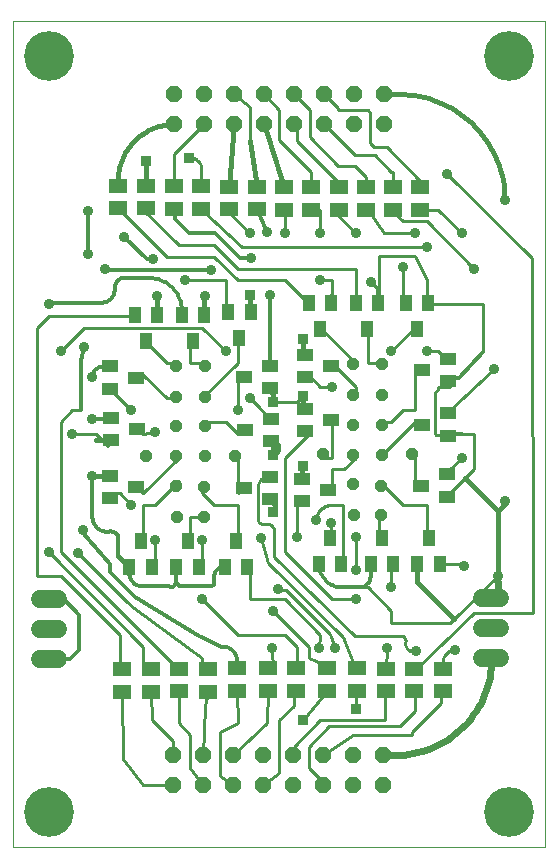
<source format=gbl>
G75*
G70*
%OFA0B0*%
%FSLAX24Y24*%
%IPPOS*%
%LPD*%
%AMOC8*
5,1,8,0,0,1.08239X$1,22.5*
%
%ADD10C,0.0000*%
%ADD11OC8,0.0397*%
%ADD12C,0.0600*%
%ADD13R,0.0394X0.0551*%
%ADD14R,0.0551X0.0394*%
%ADD15R,0.0630X0.0512*%
%ADD16OC8,0.0560*%
%ADD17C,0.0100*%
%ADD18C,0.0360*%
%ADD19C,0.0120*%
%ADD20C,0.0356*%
%ADD21R,0.0356X0.0356*%
%ADD22C,0.0160*%
%ADD23C,0.0240*%
%ADD24C,0.0079*%
%ADD25C,0.1660*%
D10*
X000100Y000100D02*
X000100Y027659D01*
X017817Y027659D01*
X017817Y000100D01*
X000100Y000100D01*
D11*
X005562Y011117D03*
X005512Y012154D03*
X005512Y013142D03*
X005512Y014129D03*
X005512Y015117D03*
X005512Y016154D03*
X006499Y016154D03*
X006499Y015117D03*
X006499Y014129D03*
X006499Y013142D03*
X006449Y012104D03*
X006449Y011117D03*
X007487Y013145D03*
X010430Y013196D03*
X011417Y013193D03*
X011417Y014180D03*
X011417Y015168D03*
X011417Y016205D03*
X012405Y016205D03*
X012405Y015168D03*
X012405Y014180D03*
X012405Y013193D03*
X012355Y012156D03*
X012355Y011168D03*
X011467Y011168D03*
X011417Y012206D03*
X013392Y013196D03*
X004524Y013145D03*
D12*
X001597Y008376D02*
X000997Y008376D01*
X000997Y007376D02*
X001597Y007376D01*
X001597Y006376D02*
X000997Y006376D01*
X015733Y006399D02*
X016333Y006399D01*
X016333Y007399D02*
X015733Y007399D01*
X015733Y008399D02*
X016333Y008399D01*
D13*
X014320Y009537D03*
X013946Y010403D03*
X013572Y009537D03*
X012757Y009537D03*
X012383Y010403D03*
X012009Y009537D03*
X011037Y009537D03*
X010663Y010403D03*
X010289Y009537D03*
X007891Y009454D03*
X007517Y010320D03*
X007143Y009454D03*
X006281Y009443D03*
X005907Y010309D03*
X005533Y009443D03*
X004718Y009443D03*
X004344Y010309D03*
X003970Y009443D03*
X004525Y016994D03*
X004151Y017860D03*
X004899Y017860D03*
X005722Y017860D03*
X006096Y016994D03*
X006470Y017860D03*
X007261Y017939D03*
X007635Y017072D03*
X008009Y017939D03*
X009943Y018230D03*
X010317Y017364D03*
X010691Y018230D03*
X011525Y018230D03*
X011899Y017364D03*
X012273Y018230D03*
X013187Y018230D03*
X013561Y017364D03*
X013935Y018230D03*
D14*
X014588Y016376D03*
X014588Y015628D03*
X013722Y016002D03*
X014580Y014565D03*
X014580Y013817D03*
X013714Y014191D03*
X014572Y012529D03*
X014572Y011781D03*
X013706Y012155D03*
X010706Y014336D03*
X009840Y013962D03*
X009840Y014710D03*
X009832Y015773D03*
X009832Y016521D03*
X010698Y016147D03*
X008659Y016147D03*
X008659Y015399D03*
X008687Y014391D03*
X008687Y013643D03*
X007820Y014017D03*
X007793Y015773D03*
X008663Y012450D03*
X008663Y011702D03*
X007797Y012076D03*
X009734Y012380D03*
X009734Y011631D03*
X010600Y012006D03*
X004206Y012104D03*
X003340Y012478D03*
X003340Y011730D03*
X003348Y013667D03*
X003348Y014415D03*
X003340Y015380D03*
X003340Y016128D03*
X004206Y015754D03*
X004214Y014041D03*
D15*
X007277Y021372D03*
X007277Y022120D03*
X006372Y022128D03*
X006372Y021380D03*
X005466Y021387D03*
X005466Y022135D03*
X004521Y022143D03*
X004521Y021395D03*
X003576Y021403D03*
X003576Y022151D03*
X008222Y022112D03*
X008222Y021364D03*
X009128Y021356D03*
X009128Y022104D03*
X010033Y022096D03*
X010033Y021348D03*
X010943Y021356D03*
X010943Y022104D03*
X011844Y022104D03*
X011844Y021356D03*
X012757Y021356D03*
X012757Y022104D03*
X013671Y022104D03*
X013671Y021356D03*
X013466Y006049D03*
X013466Y005301D03*
X012529Y005297D03*
X012529Y006045D03*
X011545Y006061D03*
X011545Y005313D03*
X010545Y005313D03*
X010545Y006061D03*
X009525Y006061D03*
X009525Y005313D03*
X008584Y005313D03*
X008584Y006061D03*
X007565Y006061D03*
X007565Y005313D03*
X006604Y005289D03*
X006604Y006037D03*
X005631Y006049D03*
X005631Y005301D03*
X004691Y005293D03*
X004691Y006041D03*
X003710Y006041D03*
X003710Y005293D03*
X014407Y005301D03*
X014407Y006049D03*
D16*
X012419Y003179D03*
X012419Y002179D03*
X011419Y002179D03*
X011419Y003179D03*
X010419Y003179D03*
X010419Y002179D03*
X009419Y002179D03*
X009419Y003179D03*
X008419Y003179D03*
X008419Y002179D03*
X007419Y002179D03*
X007419Y003179D03*
X006419Y003179D03*
X006419Y002179D03*
X005419Y002179D03*
X005419Y003179D03*
X005458Y024206D03*
X005458Y025206D03*
X006458Y025206D03*
X006458Y024206D03*
X007458Y024206D03*
X007458Y025206D03*
X008458Y025206D03*
X008458Y024206D03*
X009458Y024206D03*
X009458Y025206D03*
X010458Y025206D03*
X010458Y024206D03*
X011458Y024206D03*
X011458Y025206D03*
X012458Y025206D03*
X012458Y024206D03*
D17*
X011990Y024588D02*
X011990Y023565D01*
X012108Y023446D01*
X012541Y023446D01*
X013671Y022317D01*
X013671Y022104D01*
X013671Y021356D02*
X013880Y021360D01*
X014273Y021360D01*
X015061Y020572D01*
X013880Y020966D02*
X015454Y019391D01*
X015769Y018210D02*
X013880Y018210D01*
X013935Y018230D01*
X013880Y018210D02*
X013880Y018998D01*
X013486Y019824D01*
X012305Y019824D01*
X012305Y018210D01*
X012273Y018230D01*
X011911Y017423D02*
X011899Y017364D01*
X011911Y017423D02*
X011911Y016242D01*
X012305Y016242D01*
X012405Y016205D01*
X012698Y016635D02*
X013486Y017423D01*
X013561Y017364D01*
X013880Y016635D02*
X014273Y016635D01*
X014667Y016242D01*
X014588Y016376D01*
X014588Y015628D02*
X014446Y015628D01*
X014155Y015257D01*
X014155Y013880D01*
X014194Y013840D01*
X014557Y013840D01*
X014580Y013817D01*
X014667Y013880D01*
X015454Y013880D01*
X015454Y012698D01*
X015159Y012403D01*
X014667Y011911D01*
X014572Y011781D01*
X013880Y011517D02*
X013092Y011517D01*
X012305Y012305D01*
X012355Y012156D01*
X012355Y011168D02*
X012305Y011124D01*
X012305Y010336D01*
X012383Y010403D01*
X012698Y009549D02*
X012757Y009537D01*
X012698Y009549D02*
X012698Y008761D01*
X012698Y007974D02*
X011911Y008761D01*
X011517Y008761D01*
X011517Y008368D02*
X010730Y008368D01*
X009155Y009943D01*
X009155Y013092D01*
X009943Y013880D01*
X009840Y013962D01*
X010430Y013196D02*
X010336Y013092D01*
X010730Y013092D01*
X010730Y014273D01*
X010706Y014336D01*
X011517Y015061D02*
X011517Y015454D01*
X010730Y016242D01*
X010698Y016147D01*
X010730Y015454D02*
X010336Y015454D01*
X009943Y015848D01*
X009832Y015773D01*
X009746Y015159D02*
X009549Y014943D01*
X008761Y014943D01*
X008687Y014391D02*
X008761Y014273D01*
X007974Y015061D01*
X007580Y014667D02*
X007580Y015848D01*
X007793Y015773D01*
X007580Y016242D02*
X006399Y015061D01*
X006499Y015117D01*
X006399Y014273D02*
X006499Y014129D01*
X006399Y014273D02*
X007187Y014273D01*
X007580Y013880D01*
X007820Y014017D01*
X007487Y013145D02*
X007580Y013092D01*
X007580Y011911D01*
X007797Y012076D01*
X008250Y012108D02*
X008250Y011045D01*
X008252Y011023D01*
X008256Y011001D01*
X008264Y010980D01*
X008275Y010960D01*
X008288Y010942D01*
X008304Y010926D01*
X008322Y010913D01*
X008342Y010902D01*
X008363Y010894D01*
X008385Y010890D01*
X008407Y010888D01*
X008407Y010887D02*
X008525Y010887D01*
X008525Y010888D02*
X008556Y010886D01*
X008586Y010881D01*
X008616Y010873D01*
X008645Y010861D01*
X008672Y010846D01*
X008697Y010828D01*
X008720Y010807D01*
X008741Y010784D01*
X008759Y010759D01*
X008774Y010732D01*
X008786Y010703D01*
X008794Y010673D01*
X008799Y010643D01*
X008801Y010612D01*
X008801Y009785D01*
X011478Y007147D01*
X013053Y007147D01*
X013052Y007147D02*
X013074Y007140D01*
X013095Y007130D01*
X013114Y007117D01*
X013131Y007101D01*
X013146Y007083D01*
X013158Y007063D01*
X013166Y007042D01*
X013172Y007020D01*
X013175Y006997D01*
X013174Y006973D01*
X013170Y006951D01*
X013171Y006950D02*
X013171Y006872D01*
X013173Y006844D01*
X013178Y006816D01*
X013186Y006788D01*
X013198Y006762D01*
X013213Y006738D01*
X013230Y006716D01*
X013251Y006695D01*
X013273Y006678D01*
X013297Y006663D01*
X013323Y006651D01*
X013351Y006643D01*
X013379Y006638D01*
X013407Y006636D01*
X013407Y006635D02*
X013525Y006635D01*
X013466Y006049D02*
X013486Y006006D01*
X015454Y007895D01*
X017423Y007895D01*
X017383Y019746D01*
X014549Y022541D01*
X013880Y020966D02*
X013092Y020966D01*
X012698Y021360D01*
X012757Y021356D01*
X012462Y020572D02*
X011911Y021360D01*
X011844Y021356D01*
X011517Y020572D02*
X010730Y021360D01*
X010943Y021356D01*
X010336Y021360D02*
X010336Y020572D01*
X010336Y021360D02*
X010033Y021348D01*
X010033Y022096D02*
X010033Y022608D01*
X008958Y023683D01*
X008958Y024667D01*
X008458Y025206D01*
X007974Y024785D02*
X007458Y025206D01*
X007974Y024785D02*
X007974Y023643D01*
X009549Y023643D02*
X010943Y022250D01*
X010943Y022104D01*
X010927Y022817D02*
X011478Y022817D01*
X011844Y022450D01*
X011844Y022104D01*
X012698Y022620D02*
X012147Y023171D01*
X011478Y023171D01*
X011478Y023187D01*
X010458Y024206D01*
X010927Y024667D02*
X010927Y024738D01*
X010458Y025206D01*
X010927Y024667D02*
X011911Y024667D01*
X011990Y024588D01*
X010927Y022817D02*
X009982Y023761D01*
X009982Y024683D01*
X009458Y025206D01*
X009458Y024206D02*
X009549Y024116D01*
X009549Y023643D01*
X009155Y021360D02*
X009128Y021356D01*
X009155Y021360D02*
X009155Y020572D01*
X007974Y020572D02*
X007187Y021360D01*
X007277Y021372D01*
X006399Y021360D02*
X007738Y020100D01*
X013880Y020100D01*
X013486Y020572D02*
X012462Y020572D01*
X013092Y019431D02*
X013092Y018210D01*
X013187Y018230D01*
X013722Y016002D02*
X013486Y015848D01*
X013486Y014667D01*
X013092Y014667D01*
X012698Y014273D01*
X012305Y014273D01*
X012405Y014180D01*
X012405Y013193D02*
X012305Y013092D01*
X013486Y014273D01*
X013714Y014191D01*
X014580Y014565D02*
X014667Y014667D01*
X016124Y016045D01*
X015769Y016596D02*
X015769Y018210D01*
X014588Y015628D02*
X014667Y015454D01*
X014273Y015454D01*
X013392Y013196D02*
X013486Y013092D01*
X013486Y012305D01*
X013706Y012155D01*
X013880Y011517D02*
X013880Y010336D01*
X013946Y010403D01*
X014320Y009537D02*
X015072Y009537D01*
X015139Y009470D01*
X016242Y009155D02*
X014805Y007718D01*
X014667Y007580D01*
X012698Y007580D01*
X012698Y007974D01*
X012541Y006754D02*
X012529Y006045D01*
X012529Y005297D02*
X012502Y005269D01*
X012502Y004332D01*
X010336Y004332D01*
X009458Y003454D01*
X009419Y003179D01*
X009943Y003446D02*
X009943Y002757D01*
X010458Y002242D01*
X010419Y002179D01*
X010419Y003179D02*
X011419Y003840D01*
X013387Y003840D01*
X013387Y003939D01*
X014372Y004923D01*
X014372Y005265D01*
X014407Y005301D01*
X014407Y006049D02*
X014407Y006257D01*
X014409Y006295D01*
X014414Y006334D01*
X014423Y006371D01*
X014435Y006408D01*
X014451Y006443D01*
X014469Y006477D01*
X014491Y006508D01*
X014516Y006538D01*
X014543Y006565D01*
X014573Y006590D01*
X014604Y006612D01*
X014638Y006630D01*
X014673Y006646D01*
X014710Y006658D01*
X014747Y006667D01*
X014786Y006672D01*
X014824Y006674D01*
X013486Y005281D02*
X013466Y005301D01*
X013486Y005281D02*
X013486Y004628D01*
X012994Y004135D01*
X010631Y004135D01*
X009943Y003446D01*
X009746Y004332D02*
X010545Y005313D01*
X010545Y006061D02*
X010415Y006202D01*
X009943Y006399D01*
X009943Y006793D01*
X008761Y007974D01*
X009155Y008368D02*
X010336Y007187D01*
X010297Y006754D01*
X010809Y006754D02*
X010651Y007226D01*
X009194Y008683D01*
X008919Y008722D01*
X009155Y008368D02*
X007974Y008368D01*
X007974Y009549D01*
X007891Y009454D01*
X008604Y009588D02*
X008368Y010415D01*
X008604Y009588D02*
X011084Y007108D01*
X011517Y006006D01*
X011545Y006061D01*
X011545Y005313D02*
X011517Y005285D01*
X011517Y004726D01*
X009450Y004824D02*
X009450Y005238D01*
X009525Y005313D01*
X009450Y004824D02*
X008958Y004332D01*
X008958Y002561D01*
X008419Y002179D01*
X007419Y002179D02*
X006990Y002462D01*
X006990Y003939D01*
X007580Y004234D01*
X007565Y005313D01*
X006604Y005289D02*
X006498Y004824D01*
X006419Y003179D01*
X006006Y002757D02*
X006006Y003840D01*
X005612Y004234D01*
X005631Y005301D01*
X005612Y006006D02*
X005631Y006049D01*
X005612Y006006D02*
X001675Y009943D01*
X001675Y014273D01*
X002069Y014667D01*
X002344Y014667D01*
X002069Y013880D02*
X002856Y013880D01*
X003250Y013486D01*
X003348Y013667D01*
X004037Y014667D02*
X003250Y015454D01*
X003340Y015380D01*
X004206Y015754D02*
X004431Y015848D01*
X005218Y015061D01*
X005612Y015061D01*
X005512Y015117D01*
X005512Y016154D02*
X005612Y016242D01*
X005218Y016242D01*
X004431Y017029D01*
X004525Y016994D01*
X004151Y017860D02*
X004037Y017817D01*
X001281Y017817D01*
X000887Y017423D01*
X000887Y009155D01*
X001675Y009155D01*
X003643Y007187D01*
X003643Y006006D01*
X003710Y006041D01*
X003710Y005293D02*
X003742Y003053D01*
X004431Y002187D01*
X005419Y002179D01*
X006006Y002757D02*
X006419Y002179D01*
X005419Y003179D02*
X005415Y003643D01*
X004726Y004332D01*
X004691Y005293D01*
X004691Y006041D02*
X004431Y006006D01*
X004431Y006793D01*
X001281Y009943D01*
X002265Y009903D02*
X003880Y008289D01*
X004116Y008092D01*
X006399Y006399D01*
X006399Y006006D01*
X006604Y006037D01*
X007580Y007187D02*
X009155Y007187D01*
X009549Y006793D01*
X009549Y006006D01*
X009525Y006061D01*
X008761Y006006D02*
X008584Y006061D01*
X008761Y006006D02*
X008722Y006754D01*
X008584Y005313D02*
X008565Y004234D01*
X007419Y003179D01*
X007580Y007187D02*
X006399Y008368D01*
X006281Y009443D02*
X006399Y009549D01*
X006399Y010336D01*
X006006Y010336D02*
X005907Y010309D01*
X006006Y010336D02*
X006006Y011124D01*
X006399Y011124D01*
X006449Y011117D01*
X006793Y011517D02*
X006399Y011911D01*
X006449Y012104D01*
X006793Y011517D02*
X007580Y011517D01*
X007580Y010336D01*
X007517Y010320D01*
X008249Y012108D02*
X008251Y012144D01*
X008256Y012179D01*
X008266Y012214D01*
X008279Y012248D01*
X008295Y012280D01*
X008315Y012310D01*
X008337Y012338D01*
X008362Y012363D01*
X008390Y012385D01*
X008421Y012405D01*
X008452Y012421D01*
X008486Y012434D01*
X008521Y012444D01*
X008556Y012449D01*
X008592Y012451D01*
X008592Y012450D02*
X008663Y012450D01*
X009549Y011517D02*
X009734Y011631D01*
X009549Y011517D02*
X009549Y010454D01*
X010600Y012006D02*
X010730Y011911D01*
X010730Y012698D01*
X011124Y012698D01*
X011517Y013092D01*
X011417Y013193D01*
X011084Y011517D02*
X010769Y011517D01*
X011084Y011517D02*
X011084Y009549D01*
X011037Y009537D01*
X011517Y009352D02*
X011517Y010454D01*
X010730Y010336D02*
X010663Y010403D01*
X010730Y010336D02*
X010691Y010927D01*
X010178Y011005D02*
X010184Y011051D01*
X010192Y011096D01*
X010205Y011140D01*
X010221Y011182D01*
X010241Y011224D01*
X010264Y011263D01*
X010290Y011301D01*
X010319Y011336D01*
X010351Y011369D01*
X010385Y011399D01*
X010422Y011425D01*
X010461Y011449D01*
X010502Y011470D01*
X010545Y011487D01*
X010588Y011501D01*
X010633Y011510D01*
X010678Y011517D01*
X010724Y011519D01*
X010769Y011518D01*
X011517Y015061D02*
X011417Y015168D01*
X011417Y016205D02*
X011517Y016242D01*
X010336Y017423D01*
X010317Y017364D01*
X009943Y018210D02*
X009943Y018230D01*
X009943Y018210D02*
X009155Y018998D01*
X007580Y018998D01*
X006793Y019785D01*
X005218Y019785D01*
X003643Y021360D01*
X003576Y021403D01*
X004431Y021360D02*
X004521Y021395D01*
X004431Y021360D02*
X005612Y020179D01*
X006793Y020179D01*
X007580Y019391D01*
X011517Y019391D01*
X011517Y018210D01*
X011525Y018230D01*
X010730Y018210D02*
X010691Y018230D01*
X010730Y018210D02*
X010730Y018998D01*
X010336Y018998D01*
X012757Y022104D02*
X012757Y022600D01*
X012738Y022620D01*
X012698Y022620D01*
X007635Y017072D02*
X007580Y017029D01*
X007580Y016242D01*
X007187Y016635D02*
X006399Y017423D01*
X002462Y017423D01*
X001675Y016635D01*
X004214Y014041D02*
X004431Y013880D01*
X004824Y013958D01*
X005512Y013142D02*
X005612Y013092D01*
X004431Y011911D01*
X004206Y012104D01*
X003643Y011911D02*
X004037Y011517D01*
X004431Y011517D02*
X004824Y011517D01*
X005612Y012305D01*
X005512Y012154D01*
X004431Y011517D02*
X004431Y010336D01*
X004344Y010309D01*
X004824Y010336D02*
X004824Y009549D01*
X004718Y009443D01*
X003340Y011730D02*
X003250Y011911D01*
X003643Y011911D01*
X006006Y016242D02*
X006399Y016242D01*
X006499Y016154D01*
X006006Y016242D02*
X006006Y017029D01*
X006096Y016994D01*
X007261Y017939D02*
X007187Y018210D01*
X007187Y018998D01*
X005809Y018998D01*
X005612Y021360D02*
X005466Y021387D01*
X005466Y022135D02*
X005466Y023214D01*
X006458Y024206D01*
X006372Y022687D02*
X006372Y022128D01*
X006372Y022687D02*
X006370Y022724D01*
X006365Y022762D01*
X006357Y022798D01*
X006345Y022834D01*
X006329Y022868D01*
X006311Y022901D01*
X006290Y022932D01*
X006266Y022961D01*
X006240Y022987D01*
X006211Y023011D01*
X006180Y023032D01*
X006147Y023050D01*
X006113Y023066D01*
X006077Y023078D01*
X006041Y023086D01*
X006003Y023091D01*
X005966Y023093D01*
X006372Y021380D02*
X006399Y021360D01*
X014667Y012698D02*
X014572Y012529D01*
X014667Y012698D02*
X015061Y013092D01*
X016242Y009155D02*
X016242Y008958D01*
X016242Y008761D01*
D18*
X016242Y009155D03*
X015061Y013092D03*
X016124Y016045D03*
X013880Y016635D03*
X012698Y016635D03*
X013092Y019431D03*
X013880Y020100D03*
X013486Y020572D03*
X014549Y022541D03*
X015061Y020572D03*
X015454Y019391D03*
X011517Y020572D03*
X010336Y020572D03*
X010336Y018998D03*
X009155Y020572D03*
X007974Y020572D03*
X008013Y019746D03*
X005809Y018998D03*
X007187Y016635D03*
X007974Y015061D03*
X007580Y014667D03*
X008368Y010415D03*
X009549Y010454D03*
X010691Y010927D03*
X011517Y010454D03*
X011517Y009352D03*
X011517Y008368D03*
X010297Y006754D03*
X008722Y006754D03*
X008761Y007974D03*
X006399Y008368D03*
X006399Y010336D03*
X004824Y010336D03*
X004037Y011517D03*
X004824Y013958D03*
X004037Y014667D03*
X002462Y016793D03*
X001675Y016635D03*
X002069Y013880D03*
X002265Y009903D03*
X001281Y009943D03*
X010730Y015454D03*
X012698Y008761D03*
D19*
X012009Y009135D02*
X012009Y009537D01*
X012009Y009135D02*
X012007Y009098D01*
X012002Y009062D01*
X011993Y009026D01*
X011981Y008992D01*
X011965Y008959D01*
X011946Y008927D01*
X011924Y008898D01*
X011899Y008871D01*
X011872Y008846D01*
X011843Y008824D01*
X011811Y008805D01*
X011778Y008789D01*
X011744Y008777D01*
X011708Y008768D01*
X011672Y008763D01*
X011635Y008761D01*
X011517Y008761D01*
X011065Y008761D01*
X011010Y008763D01*
X010955Y008769D01*
X010900Y008779D01*
X010846Y008792D01*
X010794Y008810D01*
X010743Y008831D01*
X010693Y008856D01*
X010645Y008884D01*
X010600Y008916D01*
X010557Y008951D01*
X010516Y008988D01*
X010479Y009029D01*
X010444Y009072D01*
X010412Y009117D01*
X010384Y009165D01*
X010359Y009215D01*
X010338Y009266D01*
X010320Y009318D01*
X010307Y009372D01*
X010297Y009427D01*
X010291Y009482D01*
X010289Y009537D01*
X007565Y006297D02*
X007565Y006061D01*
X007565Y006297D02*
X007563Y006340D01*
X007557Y006383D01*
X007548Y006425D01*
X007535Y006467D01*
X007519Y006507D01*
X007499Y006545D01*
X007475Y006581D01*
X007449Y006616D01*
X007420Y006648D01*
X007388Y006677D01*
X007353Y006703D01*
X007317Y006727D01*
X007279Y006747D01*
X007239Y006763D01*
X007197Y006776D01*
X007155Y006785D01*
X007112Y006791D01*
X007069Y006793D01*
X006281Y007147D01*
X004155Y008446D01*
X003328Y009273D01*
X003328Y009549D01*
X002423Y010572D01*
X002423Y010691D01*
X002738Y011124D02*
X002738Y012462D01*
X002739Y012468D01*
X002743Y012473D01*
X002748Y012477D01*
X002754Y012478D01*
X002738Y011124D02*
X002740Y011082D01*
X002745Y011040D01*
X002754Y010998D01*
X002766Y010958D01*
X002781Y010918D01*
X002800Y010880D01*
X002821Y010844D01*
X002846Y010810D01*
X002873Y010777D01*
X002903Y010747D01*
X002936Y010720D01*
X002970Y010695D01*
X003006Y010674D01*
X003044Y010655D01*
X003084Y010640D01*
X003124Y010628D01*
X003166Y010619D01*
X003208Y010614D01*
X003250Y010612D01*
X003279Y010623D01*
X003310Y010629D01*
X003341Y010632D01*
X003373Y010631D01*
X003404Y010626D01*
X003434Y010617D01*
X003463Y010605D01*
X003490Y010589D01*
X003515Y010570D01*
X003538Y010548D01*
X003557Y010524D01*
X003574Y010497D01*
X003587Y010468D01*
X003596Y010438D01*
X003602Y010407D01*
X003604Y010376D01*
X003604Y009809D01*
X003970Y009443D02*
X003970Y009222D01*
X003972Y009183D01*
X003977Y009145D01*
X003986Y009107D01*
X003998Y009070D01*
X004014Y009034D01*
X004033Y009000D01*
X004055Y008968D01*
X004080Y008938D01*
X004107Y008911D01*
X004137Y008886D01*
X004169Y008864D01*
X004203Y008845D01*
X004239Y008829D01*
X004276Y008817D01*
X004314Y008808D01*
X004352Y008803D01*
X004391Y008801D01*
X005179Y008801D01*
X005197Y008809D01*
X005216Y008815D01*
X005236Y008817D01*
X005256Y008816D01*
X005276Y008811D01*
X005294Y008803D01*
X005310Y008791D01*
X005325Y008777D01*
X005337Y008761D01*
X005337Y008762D02*
X005365Y008766D01*
X005392Y008774D01*
X005418Y008786D01*
X005442Y008801D01*
X005464Y008819D01*
X005484Y008839D01*
X005500Y008862D01*
X005514Y008887D01*
X005524Y008913D01*
X005531Y008941D01*
X005534Y008969D01*
X005533Y008998D01*
X005533Y009443D01*
X005533Y008998D02*
X005535Y008972D01*
X005540Y008947D01*
X005548Y008923D01*
X005559Y008900D01*
X005574Y008878D01*
X005591Y008859D01*
X005610Y008842D01*
X005632Y008827D01*
X005655Y008816D01*
X005679Y008808D01*
X005704Y008803D01*
X005730Y008801D01*
X006675Y008801D01*
X006695Y008803D01*
X006715Y008808D01*
X006734Y008817D01*
X006751Y008829D01*
X006765Y008843D01*
X006777Y008860D01*
X006786Y008879D01*
X006791Y008899D01*
X006793Y008919D01*
X006793Y009104D01*
X006795Y009141D01*
X006801Y009177D01*
X006810Y009212D01*
X006823Y009246D01*
X006840Y009279D01*
X006860Y009310D01*
X006883Y009338D01*
X006909Y009364D01*
X006937Y009387D01*
X006968Y009407D01*
X007001Y009424D01*
X007035Y009437D01*
X007070Y009446D01*
X007106Y009452D01*
X007143Y009454D01*
X003324Y014391D02*
X002738Y014391D01*
X002344Y014667D02*
X002344Y016320D01*
X002462Y016793D01*
X003096Y016127D02*
X003059Y016125D01*
X003022Y016119D01*
X002985Y016109D01*
X002950Y016096D01*
X002917Y016079D01*
X002886Y016059D01*
X002856Y016035D01*
X002830Y016009D01*
X002806Y015979D01*
X002786Y015948D01*
X002769Y015915D01*
X002756Y015880D01*
X002746Y015843D01*
X002740Y015806D01*
X002738Y015769D01*
X003013Y018250D02*
X001320Y018250D01*
X001320Y018249D02*
X001310Y018248D01*
X001301Y018244D01*
X001292Y018238D01*
X001286Y018230D01*
X001282Y018220D01*
X001281Y018210D01*
X002580Y019864D02*
X002580Y021320D01*
X003801Y020454D02*
X004549Y019706D01*
X004746Y019706D01*
X004628Y019076D02*
X003801Y019076D01*
X003768Y019074D01*
X003736Y019069D01*
X003704Y019061D01*
X003673Y019049D01*
X003644Y019034D01*
X003616Y019016D01*
X003590Y018995D01*
X003567Y018972D01*
X003546Y018946D01*
X003528Y018919D01*
X003513Y018889D01*
X003501Y018858D01*
X003493Y018826D01*
X003488Y018794D01*
X003486Y018761D01*
X003486Y018722D01*
X003171Y019352D02*
X003171Y019391D01*
X003171Y019352D02*
X006675Y019352D01*
X006478Y018486D02*
X006470Y018478D01*
X005722Y017982D02*
X005722Y017860D01*
X004903Y018486D02*
X004901Y018485D01*
X004900Y018484D01*
X004899Y018482D01*
X004628Y019076D02*
X004692Y019074D01*
X004755Y019069D01*
X004818Y019059D01*
X004880Y019047D01*
X004942Y019030D01*
X005002Y019010D01*
X005061Y018987D01*
X005119Y018960D01*
X005175Y018929D01*
X005229Y018896D01*
X005281Y018860D01*
X005331Y018820D01*
X005379Y018778D01*
X005424Y018733D01*
X005466Y018685D01*
X005506Y018635D01*
X005542Y018583D01*
X005575Y018529D01*
X005606Y018473D01*
X005633Y018415D01*
X005656Y018356D01*
X005676Y018296D01*
X005693Y018234D01*
X005705Y018172D01*
X005715Y018109D01*
X005720Y018046D01*
X005722Y017982D01*
X005966Y020572D02*
X005494Y021045D01*
X005494Y021360D01*
X005466Y021387D01*
X005966Y020572D02*
X006832Y020572D01*
X007659Y019746D01*
X008013Y019746D01*
X008565Y020612D02*
X008222Y021364D01*
X008643Y018525D02*
X008643Y016147D01*
X008659Y016147D01*
X012029Y018958D02*
X012273Y018714D01*
X012273Y018230D01*
X014691Y015730D02*
X014588Y015628D01*
X014691Y015730D02*
X014943Y015730D01*
X015769Y016596D01*
X015061Y013880D02*
X014667Y013880D01*
X013572Y009537D02*
X013572Y009502D01*
X003485Y018722D02*
X003483Y018681D01*
X003478Y018640D01*
X003469Y018600D01*
X003457Y018561D01*
X003441Y018523D01*
X003422Y018486D01*
X003400Y018451D01*
X003375Y018419D01*
X003347Y018388D01*
X003316Y018360D01*
X003284Y018335D01*
X003249Y018313D01*
X003212Y018294D01*
X003174Y018278D01*
X003135Y018266D01*
X003095Y018257D01*
X003054Y018252D01*
X003013Y018250D01*
X001785Y008376D02*
X001297Y008376D01*
X001785Y008376D02*
X002305Y007856D01*
X002305Y006691D01*
X001990Y006376D01*
X001297Y006376D01*
D20*
X002423Y010691D03*
X002738Y012462D03*
X002738Y014391D03*
X002738Y015769D03*
X001281Y018210D03*
X002580Y019864D03*
X003171Y019391D03*
X003801Y020454D03*
X004746Y019706D03*
X004903Y018486D03*
X006478Y018486D03*
X006675Y019352D03*
X008643Y018525D03*
X008565Y020612D03*
X012029Y018958D03*
X016478Y021675D03*
X016478Y011635D03*
X015139Y009470D03*
X014824Y006675D03*
X013525Y006635D03*
X012541Y006754D03*
X010809Y006754D03*
X008919Y008722D03*
X010179Y011006D03*
X002580Y021320D03*
D21*
X004509Y022974D03*
X005966Y023092D03*
X007974Y018506D03*
X009746Y017029D03*
X009746Y015159D03*
X008761Y014943D03*
X008761Y013171D03*
X009746Y012797D03*
X008761Y011281D03*
X011517Y004726D03*
X009746Y004332D03*
D22*
X012529Y006045D02*
X012545Y006047D01*
X012560Y006052D01*
X012573Y006060D01*
X012585Y006072D01*
X012593Y006085D01*
X012598Y006100D01*
X012600Y006116D01*
X014805Y007718D02*
X013572Y008950D01*
X013572Y009502D01*
X016242Y011320D02*
X015159Y012403D01*
X016242Y011320D02*
X016478Y011557D01*
X016478Y011635D01*
X016242Y011320D02*
X016242Y009155D01*
X010691Y018230D02*
X010691Y018466D01*
X009746Y017029D02*
X009746Y016608D01*
X009832Y016521D01*
X009746Y015159D02*
X009746Y014805D01*
X009840Y014710D01*
X008761Y014943D02*
X008714Y015454D01*
X008659Y015399D01*
X008761Y015301D02*
X008761Y014943D01*
X008687Y013643D02*
X008746Y013584D01*
X008761Y013171D01*
X008789Y013186D01*
X008815Y013204D01*
X008839Y013224D01*
X008861Y013248D01*
X008879Y013273D01*
X008895Y013300D01*
X008908Y013330D01*
X008917Y013360D01*
X008923Y013391D01*
X008925Y013422D01*
X008924Y013454D01*
X008919Y013485D01*
X008911Y013516D01*
X008899Y013545D01*
X009734Y012785D02*
X009734Y012380D01*
X009734Y012785D02*
X009746Y012797D01*
X008773Y011604D02*
X008761Y011604D01*
X008663Y011702D01*
X008773Y011603D02*
X008790Y011582D01*
X008805Y011559D01*
X008817Y011534D01*
X008826Y011508D01*
X008832Y011481D01*
X008834Y011453D01*
X008833Y011426D01*
X008829Y011399D01*
X008821Y011372D01*
X008810Y011347D01*
X008797Y011323D01*
X008780Y011301D01*
X008761Y011281D01*
X008009Y017939D02*
X007974Y017974D01*
X007974Y018506D01*
X006470Y018478D02*
X006470Y017860D01*
X004899Y017860D02*
X004899Y018482D01*
X003340Y016128D02*
X003096Y016128D01*
X003348Y014415D02*
X003324Y014391D01*
X003332Y013683D02*
X002856Y013683D01*
X003332Y013683D02*
X003338Y013682D01*
X003343Y013678D01*
X003347Y013673D01*
X003348Y013667D01*
X003340Y012478D02*
X002754Y012478D01*
X003604Y009809D02*
X003970Y009443D01*
X004521Y022143D02*
X004521Y022962D01*
X004520Y022967D01*
X004517Y022970D01*
X004514Y022973D01*
X004509Y022974D01*
X003576Y022324D02*
X003578Y022414D01*
X003585Y022503D01*
X003595Y022592D01*
X003610Y022680D01*
X003629Y022768D01*
X003652Y022854D01*
X003680Y022940D01*
X003711Y023023D01*
X003746Y023106D01*
X003785Y023186D01*
X003828Y023265D01*
X003875Y023341D01*
X003925Y023416D01*
X003979Y023487D01*
X004036Y023556D01*
X004096Y023623D01*
X004159Y023686D01*
X004226Y023746D01*
X004295Y023803D01*
X004366Y023857D01*
X004441Y023907D01*
X004517Y023954D01*
X004596Y023997D01*
X004676Y024036D01*
X004759Y024071D01*
X004842Y024102D01*
X004928Y024130D01*
X005014Y024153D01*
X005102Y024172D01*
X005190Y024187D01*
X005279Y024197D01*
X005368Y024204D01*
X005458Y024206D01*
X007458Y024206D02*
X007277Y022120D01*
X008222Y022112D02*
X007974Y023643D01*
X008458Y024206D02*
X009128Y022104D01*
X012458Y025206D02*
X012946Y025206D01*
X013114Y025202D01*
X013282Y025190D01*
X013449Y025170D01*
X013614Y025142D01*
X013778Y025106D01*
X013941Y025063D01*
X014101Y025012D01*
X014258Y024953D01*
X014413Y024887D01*
X014564Y024813D01*
X014712Y024733D01*
X014855Y024645D01*
X014994Y024551D01*
X015129Y024451D01*
X015258Y024344D01*
X015383Y024231D01*
X015502Y024112D01*
X015615Y023987D01*
X015722Y023858D01*
X015822Y023723D01*
X015916Y023584D01*
X016004Y023441D01*
X016084Y023293D01*
X016158Y023142D01*
X016224Y022987D01*
X016283Y022830D01*
X016334Y022670D01*
X016377Y022507D01*
X016413Y022343D01*
X016441Y022178D01*
X016461Y022011D01*
X016473Y021843D01*
X016477Y021675D01*
X003576Y022151D02*
X003576Y022324D01*
D23*
X016033Y006399D02*
X016029Y006246D01*
X016018Y006093D01*
X016000Y005941D01*
X015975Y005790D01*
X015942Y005640D01*
X015903Y005492D01*
X015856Y005346D01*
X015802Y005202D01*
X015742Y005061D01*
X015675Y004924D01*
X015602Y004789D01*
X015522Y004658D01*
X015436Y004531D01*
X015344Y004409D01*
X015247Y004290D01*
X015143Y004177D01*
X015035Y004069D01*
X014922Y003965D01*
X014803Y003868D01*
X014681Y003776D01*
X014554Y003690D01*
X014423Y003610D01*
X014288Y003537D01*
X014151Y003470D01*
X014010Y003410D01*
X013866Y003356D01*
X013720Y003309D01*
X013572Y003270D01*
X013422Y003237D01*
X013271Y003212D01*
X013119Y003194D01*
X012966Y003183D01*
X012813Y003179D01*
X012419Y003179D01*
X016033Y008399D02*
X016242Y008399D01*
X016242Y008958D01*
D24*
X008687Y014391D02*
X008092Y015021D01*
D25*
X001281Y026478D03*
X016635Y026478D03*
X016635Y001281D03*
X001281Y001281D03*
M02*

</source>
